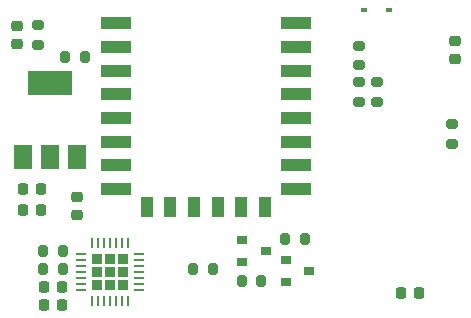
<source format=gbr>
%TF.GenerationSoftware,KiCad,Pcbnew,(5.99.0-7519-ga8269b6380)*%
%TF.CreationDate,2021-01-03T22:28:01+01:00*%
%TF.ProjectId,l0ggi,6c306767-692e-46b6-9963-61645f706362,rev?*%
%TF.SameCoordinates,Original*%
%TF.FileFunction,Paste,Top*%
%TF.FilePolarity,Positive*%
%FSLAX46Y46*%
G04 Gerber Fmt 4.6, Leading zero omitted, Abs format (unit mm)*
G04 Created by KiCad (PCBNEW (5.99.0-7519-ga8269b6380)) date 2021-01-03 22:28:01*
%MOMM*%
%LPD*%
G01*
G04 APERTURE LIST*
G04 Aperture macros list*
%AMRoundRect*
0 Rectangle with rounded corners*
0 $1 Rounding radius*
0 $2 $3 $4 $5 $6 $7 $8 $9 X,Y pos of 4 corners*
0 Add a 4 corners polygon primitive as box body*
4,1,4,$2,$3,$4,$5,$6,$7,$8,$9,$2,$3,0*
0 Add four circle primitives for the rounded corners*
1,1,$1+$1,$2,$3,0*
1,1,$1+$1,$4,$5,0*
1,1,$1+$1,$6,$7,0*
1,1,$1+$1,$8,$9,0*
0 Add four rect primitives between the rounded corners*
20,1,$1+$1,$2,$3,$4,$5,0*
20,1,$1+$1,$4,$5,$6,$7,0*
20,1,$1+$1,$6,$7,$8,$9,0*
20,1,$1+$1,$8,$9,$2,$3,0*%
G04 Aperture macros list end*
%ADD10R,0.600000X0.450000*%
%ADD11R,2.500000X1.000000*%
%ADD12R,1.000000X1.800000*%
%ADD13R,1.500000X2.000000*%
%ADD14R,3.800000X2.000000*%
%ADD15RoundRect,0.225000X-0.225000X-0.225000X0.225000X-0.225000X0.225000X0.225000X-0.225000X0.225000X0*%
%ADD16RoundRect,0.062500X-0.062500X-0.337500X0.062500X-0.337500X0.062500X0.337500X-0.062500X0.337500X0*%
%ADD17RoundRect,0.062500X-0.337500X-0.062500X0.337500X-0.062500X0.337500X0.062500X-0.337500X0.062500X0*%
%ADD18RoundRect,0.200000X0.200000X0.275000X-0.200000X0.275000X-0.200000X-0.275000X0.200000X-0.275000X0*%
%ADD19RoundRect,0.200000X-0.275000X0.200000X-0.275000X-0.200000X0.275000X-0.200000X0.275000X0.200000X0*%
%ADD20RoundRect,0.200000X0.275000X-0.200000X0.275000X0.200000X-0.275000X0.200000X-0.275000X-0.200000X0*%
%ADD21RoundRect,0.200000X-0.200000X-0.275000X0.200000X-0.275000X0.200000X0.275000X-0.200000X0.275000X0*%
%ADD22R,0.900000X0.800000*%
%ADD23RoundRect,0.225000X-0.225000X-0.250000X0.225000X-0.250000X0.225000X0.250000X-0.225000X0.250000X0*%
%ADD24RoundRect,0.225000X0.250000X-0.225000X0.250000X0.225000X-0.250000X0.225000X-0.250000X-0.225000X0*%
%ADD25RoundRect,0.225000X-0.250000X0.225000X-0.250000X-0.225000X0.250000X-0.225000X0.250000X0.225000X0*%
%ADD26RoundRect,0.225000X0.225000X0.250000X-0.225000X0.250000X-0.225000X-0.250000X0.225000X-0.250000X0*%
G04 APERTURE END LIST*
D10*
%TO.C,D1*%
X75218000Y-61434000D03*
X73118000Y-61434000D03*
%TD*%
D11*
%TO.C,U3*%
X67290000Y-62540000D03*
X67290000Y-64540000D03*
X67290000Y-66540000D03*
X67290000Y-68540000D03*
X67290000Y-70540000D03*
X67290000Y-72540000D03*
X67290000Y-74540000D03*
X67290000Y-76540000D03*
D12*
X64690000Y-78040000D03*
X62690000Y-78040000D03*
X60690000Y-78040000D03*
X58690000Y-78040000D03*
X56690000Y-78040000D03*
X54690000Y-78040000D03*
D11*
X52090000Y-76540000D03*
X52090000Y-74540000D03*
X52090000Y-72540000D03*
X52090000Y-70540000D03*
X52090000Y-68540000D03*
X52090000Y-66540000D03*
X52090000Y-64540000D03*
X52090000Y-62540000D03*
%TD*%
D13*
%TO.C,U2*%
X44182000Y-73847999D03*
X48782000Y-73847999D03*
X46482000Y-73847999D03*
D14*
X46482000Y-67547999D03*
%TD*%
D15*
%TO.C,U1*%
X52682000Y-84686000D03*
X52682000Y-83566000D03*
X52682000Y-82446000D03*
X51562000Y-84686000D03*
X51562000Y-83566000D03*
X51562000Y-82446000D03*
X50442000Y-84686000D03*
X50442000Y-83566000D03*
X50442000Y-82446000D03*
D16*
X50062000Y-81116000D03*
X50562000Y-81116000D03*
X51062000Y-81116000D03*
X51562000Y-81116000D03*
X52062000Y-81116000D03*
X52562000Y-81116000D03*
X53062000Y-81116000D03*
D17*
X54012000Y-82066000D03*
X54012000Y-82566000D03*
X54012000Y-83066000D03*
X54012000Y-83566000D03*
X54012000Y-84066000D03*
X54012000Y-84566000D03*
X54012000Y-85066000D03*
D16*
X53062000Y-86016000D03*
X52562000Y-86016000D03*
X52062000Y-86016000D03*
X51562000Y-86016000D03*
X51062000Y-86016000D03*
X50562000Y-86016000D03*
X50062000Y-86016000D03*
D17*
X49112000Y-85066000D03*
X49112000Y-84566000D03*
X49112000Y-84066000D03*
X49112000Y-83566000D03*
X49112000Y-83066000D03*
X49112000Y-82566000D03*
X49112000Y-82066000D03*
%TD*%
D18*
%TO.C,R11*%
X58611000Y-83312000D03*
X60261000Y-83312000D03*
%TD*%
D19*
%TO.C,R10*%
X74168000Y-69151000D03*
X74168000Y-67501000D03*
%TD*%
%TO.C,R9*%
X72644000Y-69151000D03*
X72644000Y-67501000D03*
%TD*%
D20*
%TO.C,R8*%
X72644000Y-64424779D03*
X72644000Y-66074779D03*
%TD*%
%TO.C,R7*%
X45466000Y-62675000D03*
X45466000Y-64325000D03*
%TD*%
D21*
%TO.C,R6*%
X49451474Y-65371577D03*
X47801474Y-65371577D03*
%TD*%
D18*
%TO.C,R5*%
X66428239Y-80772000D03*
X68078239Y-80772000D03*
%TD*%
D21*
%TO.C,R4*%
X64368925Y-84349884D03*
X62718925Y-84349884D03*
%TD*%
D20*
%TO.C,R3*%
X80518000Y-71057000D03*
X80518000Y-72707000D03*
%TD*%
D18*
%TO.C,R2*%
X45911000Y-83312000D03*
X47561000Y-83312000D03*
%TD*%
D21*
%TO.C,R1*%
X47561000Y-81788000D03*
X45911000Y-81788000D03*
%TD*%
D22*
%TO.C,Q2*%
X68444150Y-83503062D03*
X66444150Y-84453062D03*
X66444150Y-82553062D03*
%TD*%
%TO.C,Q1*%
X64754000Y-81788000D03*
X62754000Y-82738000D03*
X62754000Y-80838000D03*
%TD*%
D23*
%TO.C,C8*%
X77737000Y-85344000D03*
X76187000Y-85344000D03*
%TD*%
D24*
%TO.C,C7*%
X80772000Y-63995000D03*
X80772000Y-65545000D03*
%TD*%
D25*
%TO.C,C6*%
X48768000Y-78753000D03*
X48768000Y-77203000D03*
%TD*%
%TO.C,C5*%
X43688000Y-64275000D03*
X43688000Y-62725000D03*
%TD*%
D23*
%TO.C,C4*%
X45733000Y-76539999D03*
X44183000Y-76539999D03*
%TD*%
D26*
%TO.C,C3*%
X44183000Y-78317999D03*
X45733000Y-78317999D03*
%TD*%
%TO.C,C2*%
X45961000Y-84836000D03*
X47511000Y-84836000D03*
%TD*%
%TO.C,C1*%
X45961000Y-86360000D03*
X47511000Y-86360000D03*
%TD*%
M02*

</source>
